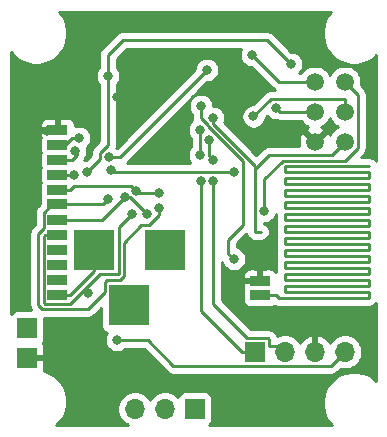
<source format=gbr>
G04 #@! TF.GenerationSoftware,KiCad,Pcbnew,(5.1.5)-3*
G04 #@! TF.CreationDate,2020-08-28T15:18:22-04:00*
G04 #@! TF.ProjectId,BikeLightComputerRev2,42696b65-4c69-4676-9874-436f6d707574,rev?*
G04 #@! TF.SameCoordinates,Original*
G04 #@! TF.FileFunction,Copper,L2,Bot*
G04 #@! TF.FilePolarity,Positive*
%FSLAX46Y46*%
G04 Gerber Fmt 4.6, Leading zero omitted, Abs format (unit mm)*
G04 Created by KiCad (PCBNEW (5.1.5)-3) date 2020-08-28 15:18:22*
%MOMM*%
%LPD*%
G04 APERTURE LIST*
%ADD10R,1.676400X0.812800*%
%ADD11R,1.700000X1.700000*%
%ADD12O,1.700000X1.700000*%
%ADD13C,1.500000*%
%ADD14R,3.500000X3.500000*%
%ADD15C,0.800000*%
%ADD16C,0.250000*%
%ADD17C,0.254000*%
G04 APERTURE END LIST*
D10*
X165526720Y-83390740D03*
X148384260Y-70612000D03*
X148384260Y-74422000D03*
X148384260Y-83312000D03*
X148384260Y-79502000D03*
X148384260Y-78232000D03*
X148384260Y-76883260D03*
X148384260Y-73152000D03*
X148384260Y-84582000D03*
X165526720Y-84582000D03*
X148384260Y-71882000D03*
X148384260Y-75692000D03*
X148384260Y-80772000D03*
X148384260Y-82042000D03*
D11*
X145796000Y-87376000D03*
X145796000Y-89916000D03*
D12*
X172720000Y-89408000D03*
X170180000Y-89408000D03*
X167640000Y-89408000D03*
D11*
X165100000Y-89408000D03*
D13*
X172720000Y-66548000D03*
X172720000Y-69088000D03*
X172720000Y-71628000D03*
X170180000Y-66548000D03*
X170180000Y-69088000D03*
X170180000Y-71628000D03*
D12*
X154940000Y-94234000D03*
X157480000Y-94234000D03*
D11*
X160020000Y-94234000D03*
D14*
X154480000Y-85472000D03*
X151480000Y-80772000D03*
X157480000Y-80772000D03*
D15*
X156972000Y-72136000D03*
X153416000Y-67818000D03*
X156210000Y-64516000D03*
X147537010Y-70694654D03*
X156972000Y-67564000D03*
X163830000Y-70358000D03*
X165608000Y-81534000D03*
X164845992Y-64262000D03*
X153416004Y-88392000D03*
X154717141Y-77693601D03*
X151007660Y-84450340D03*
X150876000Y-74168000D03*
X152654000Y-66040000D03*
X168148000Y-65024000D03*
X152708440Y-72903336D03*
X161036000Y-65532000D03*
X163322000Y-74168000D03*
X152889699Y-74019479D03*
X163311530Y-81544470D03*
X160528000Y-68580000D03*
X161544000Y-74930000D03*
X161226017Y-71447747D03*
X161571571Y-73184832D03*
X160528000Y-74930000D03*
X160447002Y-72755729D03*
X160442581Y-70608696D03*
X154124551Y-76269191D03*
X165872011Y-77470000D03*
X155956000Y-77724000D03*
X155017376Y-75760057D03*
X156972000Y-75946000D03*
X164965690Y-69466991D03*
X161543993Y-69596007D03*
X152654000Y-76454000D03*
X157010001Y-77254001D03*
X166882351Y-68749418D03*
X149814998Y-74422000D03*
X150190626Y-71288054D03*
X149860000Y-72390000D03*
D16*
X149472460Y-84582000D02*
X148384260Y-84582000D01*
X151480000Y-82574460D02*
X149472460Y-84582000D01*
X151480000Y-80772000D02*
X151480000Y-82574460D01*
X148102695Y-70694654D02*
X147537010Y-70694654D01*
X148384260Y-70612000D02*
X148301606Y-70694654D01*
X148301606Y-70694654D02*
X148102695Y-70694654D01*
X165608000Y-83309460D02*
X165526720Y-83390740D01*
X165608000Y-81534000D02*
X165608000Y-83309460D01*
X148384260Y-79502000D02*
X147296060Y-79502000D01*
X147286059Y-85313401D02*
X149482461Y-85313401D01*
X147296060Y-79502000D02*
X147221059Y-79577001D01*
X147221059Y-79577001D02*
X147221059Y-85248401D01*
X147221059Y-85248401D02*
X147286059Y-85313401D01*
X149482461Y-85313401D02*
X150671931Y-84123931D01*
X167131992Y-66548000D02*
X165245991Y-64661999D01*
X165245991Y-64661999D02*
X164845992Y-64262000D01*
X170180000Y-66548000D02*
X167131992Y-66548000D01*
X156013685Y-88392000D02*
X153981689Y-88392000D01*
X158204686Y-90583001D02*
X156013685Y-88392000D01*
X153981689Y-88392000D02*
X153416004Y-88392000D01*
X172720000Y-89408000D02*
X171544999Y-90583001D01*
X171544999Y-90583001D02*
X158204686Y-90583001D01*
X153555001Y-78855741D02*
X154317142Y-78093600D01*
X151948861Y-82847001D02*
X153490001Y-82847001D01*
X153490001Y-82847001D02*
X153555001Y-82782001D01*
X150671931Y-84123931D02*
X151948861Y-82847001D01*
X154317142Y-78093600D02*
X154717141Y-77693601D01*
X153555001Y-82782001D02*
X153555001Y-78855741D01*
X150998340Y-84450340D02*
X151007660Y-84450340D01*
X150671931Y-84123931D02*
X150998340Y-84450340D01*
X151983438Y-72555334D02*
X152654000Y-71884772D01*
X151983438Y-73060562D02*
X151983438Y-72555334D01*
X150876000Y-74168000D02*
X151983438Y-73060562D01*
X152654000Y-69342000D02*
X152654000Y-66040000D01*
X152654000Y-71884772D02*
X152654000Y-69342000D01*
X152654000Y-66040000D02*
X152654000Y-64262000D01*
X152654000Y-64262000D02*
X153924000Y-62992000D01*
X153924000Y-62992000D02*
X166116000Y-62992000D01*
X166116000Y-62992000D02*
X168148000Y-65024000D01*
X160636001Y-65931999D02*
X161036000Y-65532000D01*
X152708440Y-72903336D02*
X153664664Y-72903336D01*
X153664664Y-72903336D02*
X160636001Y-65931999D01*
X163322000Y-74168000D02*
X153038220Y-74168000D01*
X153038220Y-74168000D02*
X152889699Y-74019479D01*
X164084000Y-78682996D02*
X164084000Y-73280411D01*
X162850998Y-79915998D02*
X164084000Y-78682996D01*
X160528000Y-69605320D02*
X160528000Y-69145685D01*
X160528000Y-69145685D02*
X160528000Y-68580000D01*
X162850998Y-81083938D02*
X162850998Y-79915998D01*
X161093982Y-70290393D02*
X161093982Y-70171302D01*
X161093982Y-70171302D02*
X160528000Y-69605320D01*
X163311530Y-81544470D02*
X162850998Y-81083938D01*
X164084000Y-73280411D02*
X161093982Y-70290393D01*
X166275001Y-88900000D02*
X167132000Y-88900000D01*
X167132000Y-88900000D02*
X167640000Y-89408000D01*
X161544000Y-85344000D02*
X164432999Y-88232999D01*
X161544000Y-74930000D02*
X161544000Y-85344000D01*
X166275001Y-88297999D02*
X166275001Y-88900000D01*
X164432999Y-88232999D02*
X166210001Y-88232999D01*
X166210001Y-88232999D02*
X166275001Y-88297999D01*
X161226017Y-71447747D02*
X161226017Y-72839278D01*
X161226017Y-72839278D02*
X161571571Y-73184832D01*
X164000000Y-89408000D02*
X160528000Y-85936000D01*
X165100000Y-89408000D02*
X164000000Y-89408000D01*
X160528000Y-85936000D02*
X160528000Y-74930000D01*
X160442581Y-72751308D02*
X160447002Y-72755729D01*
X160442581Y-70608696D02*
X160442581Y-72751308D01*
X148384260Y-78232000D02*
X152161742Y-78232000D01*
X152161742Y-78232000D02*
X154124551Y-76269191D01*
X155956000Y-77724000D02*
X154501191Y-76269191D01*
X154501191Y-76269191D02*
X154124551Y-76269191D01*
X172720000Y-66548000D02*
X173795001Y-67623001D01*
X173795001Y-67623001D02*
X173795001Y-72144001D01*
X173795001Y-72144001D02*
X172729013Y-73209989D01*
X172729013Y-73209989D02*
X167453600Y-73209989D01*
X167453600Y-73209989D02*
X165872011Y-74791578D01*
X165872011Y-74791578D02*
X165872011Y-76904315D01*
X165872011Y-76904315D02*
X165872011Y-77470000D01*
X148384260Y-75692000D02*
X149472460Y-75692000D01*
X154617377Y-75360058D02*
X155017376Y-75760057D01*
X149472460Y-75692000D02*
X149804402Y-75360058D01*
X149804402Y-75360058D02*
X154617377Y-75360058D01*
X155203319Y-75946000D02*
X155017376Y-75760057D01*
X156972000Y-75946000D02*
X155203319Y-75946000D01*
X172720000Y-68027340D02*
X172720000Y-69088000D01*
X172705659Y-68012999D02*
X172720000Y-68027340D01*
X166419682Y-68012999D02*
X172705659Y-68012999D01*
X164965690Y-69466991D02*
X166419682Y-68012999D01*
X161543993Y-70103993D02*
X161543993Y-69596007D01*
X165100000Y-73660000D02*
X161543993Y-70103993D01*
X165608000Y-79248000D02*
X165100000Y-79248000D01*
X165100000Y-79248000D02*
X165100000Y-73914000D01*
X165100000Y-73914000D02*
X165100000Y-73660000D01*
X171588022Y-72759978D02*
X166254022Y-72759978D01*
X172720000Y-71628000D02*
X171588022Y-72759978D01*
X166254022Y-72759978D02*
X165100000Y-73914000D01*
X148384260Y-76883260D02*
X152224740Y-76883260D01*
X152224740Y-76883260D02*
X152654000Y-76454000D01*
X167220933Y-69088000D02*
X166882351Y-68749418D01*
X170180000Y-69088000D02*
X167220933Y-69088000D01*
X147221059Y-78940592D02*
X146771049Y-79390601D01*
X146771049Y-79390601D02*
X146771050Y-85434802D01*
X147099659Y-85763411D02*
X150964589Y-85763411D01*
X155469999Y-78696999D02*
X156132688Y-78696999D01*
X147221059Y-77614661D02*
X147221059Y-78940592D01*
X157010001Y-77819686D02*
X157010001Y-77254001D01*
X154005012Y-82968401D02*
X154005012Y-80161986D01*
X148384260Y-76883260D02*
X147952460Y-76883260D01*
X152404999Y-84323001D02*
X152404999Y-83461999D01*
X153676401Y-83297012D02*
X154005012Y-82968401D01*
X150964589Y-85763411D02*
X152404999Y-84323001D01*
X156132688Y-78696999D02*
X157010001Y-77819686D01*
X152569986Y-83297012D02*
X153676401Y-83297012D01*
X152404999Y-83461999D02*
X152569986Y-83297012D01*
X147952460Y-76883260D02*
X147221059Y-77614661D01*
X154005012Y-80161986D02*
X155469999Y-78696999D01*
X146771050Y-85434802D02*
X147099659Y-85763411D01*
X148384260Y-74422000D02*
X149814998Y-74422000D01*
X149030995Y-71882000D02*
X149624941Y-71288054D01*
X149624941Y-71288054D02*
X150190626Y-71288054D01*
X148384260Y-71882000D02*
X149030995Y-71882000D01*
X149606000Y-73152000D02*
X150005999Y-72752001D01*
X150005999Y-72752001D02*
X150005999Y-72535999D01*
X148384260Y-73152000D02*
X149606000Y-73152000D01*
X150005999Y-72535999D02*
X149860000Y-72390000D01*
X167132000Y-84836000D02*
X166878000Y-84582000D01*
X174752000Y-84328000D02*
X174752000Y-84836000D01*
X167640000Y-84328000D02*
X174752000Y-84328000D01*
X174752000Y-84836000D02*
X167132000Y-84836000D01*
X174752000Y-83312000D02*
X174752000Y-83820000D01*
X167640000Y-83312000D02*
X174752000Y-83312000D01*
X167640000Y-83820000D02*
X167640000Y-84328000D01*
X167640000Y-82804000D02*
X167640000Y-83312000D01*
X167640000Y-82296000D02*
X174752000Y-82296000D01*
X167640000Y-81788000D02*
X167640000Y-82296000D01*
X174752000Y-82296000D02*
X174752000Y-82804000D01*
X174752000Y-81788000D02*
X167640000Y-81788000D01*
X174752000Y-81280000D02*
X174752000Y-81788000D01*
X167640000Y-81280000D02*
X174752000Y-81280000D01*
X174752000Y-83820000D02*
X167640000Y-83820000D01*
X167640000Y-80772000D02*
X167640000Y-81280000D01*
X167640000Y-80264000D02*
X174752000Y-80264000D01*
X174752000Y-79756000D02*
X167640000Y-79756000D01*
X174752000Y-82804000D02*
X167640000Y-82804000D01*
X174752000Y-79248000D02*
X174752000Y-79756000D01*
X167640000Y-76200000D02*
X174752000Y-76200000D01*
X167640000Y-77216000D02*
X174752000Y-77216000D01*
X174752000Y-75692000D02*
X167640000Y-75692000D01*
X167640000Y-79756000D02*
X167640000Y-80264000D01*
X174752000Y-75184000D02*
X174752000Y-75692000D01*
X167640000Y-75184000D02*
X174752000Y-75184000D01*
X166878000Y-84582000D02*
X165526720Y-84582000D01*
X167640000Y-74676000D02*
X167640000Y-75184000D01*
X167640000Y-76708000D02*
X167640000Y-77216000D01*
X167640000Y-74168000D02*
X174752000Y-74168000D01*
X174752000Y-73660000D02*
X167640000Y-73660000D01*
X167640000Y-73660000D02*
X167640000Y-74168000D01*
X174752000Y-74168000D02*
X174752000Y-74676000D01*
X174752000Y-74676000D02*
X167640000Y-74676000D01*
X167640000Y-75692000D02*
X167640000Y-76200000D01*
X174752000Y-76200000D02*
X174752000Y-76708000D01*
X167640000Y-77724000D02*
X167640000Y-78232000D01*
X174752000Y-76708000D02*
X167640000Y-76708000D01*
X174752000Y-77216000D02*
X174752000Y-77724000D01*
X174752000Y-80264000D02*
X174752000Y-80772000D01*
X174752000Y-77724000D02*
X167640000Y-77724000D01*
X174752000Y-80772000D02*
X167640000Y-80772000D01*
X167640000Y-78740000D02*
X167640000Y-79248000D01*
X167640000Y-78232000D02*
X174752000Y-78232000D01*
X174752000Y-78232000D02*
X174752000Y-78740000D01*
X174752000Y-78740000D02*
X167640000Y-78740000D01*
X167640000Y-79248000D02*
X174752000Y-79248000D01*
D17*
G36*
X166880000Y-77761333D02*
G01*
X166880000Y-78194667D01*
X166876323Y-78232000D01*
X166890997Y-78380986D01*
X166922852Y-78486000D01*
X166890997Y-78591014D01*
X166876323Y-78740000D01*
X166880000Y-78777333D01*
X166880000Y-79210667D01*
X166876323Y-79248000D01*
X166890997Y-79396986D01*
X166922852Y-79502000D01*
X166890997Y-79607014D01*
X166876323Y-79756000D01*
X166880000Y-79793333D01*
X166880000Y-80226667D01*
X166876323Y-80264000D01*
X166890997Y-80412986D01*
X166922852Y-80518000D01*
X166890997Y-80623014D01*
X166876323Y-80772000D01*
X166880000Y-80809333D01*
X166880000Y-81242667D01*
X166876323Y-81280000D01*
X166890997Y-81428986D01*
X166922852Y-81534000D01*
X166890997Y-81639014D01*
X166876323Y-81788000D01*
X166880000Y-81825333D01*
X166880000Y-82258667D01*
X166876323Y-82296000D01*
X166890997Y-82444986D01*
X166922852Y-82550000D01*
X166897482Y-82633635D01*
X166895457Y-82629846D01*
X166816105Y-82533155D01*
X166719414Y-82453803D01*
X166609100Y-82394838D01*
X166489402Y-82358528D01*
X166364920Y-82346268D01*
X165812470Y-82349340D01*
X165653720Y-82508090D01*
X165653720Y-83263740D01*
X165673720Y-83263740D01*
X165673720Y-83517740D01*
X165653720Y-83517740D01*
X165653720Y-83537528D01*
X165399720Y-83537528D01*
X165399720Y-83517740D01*
X164212270Y-83517740D01*
X164053520Y-83676490D01*
X164050448Y-83797140D01*
X164062708Y-83921622D01*
X164082349Y-83986370D01*
X164062708Y-84051118D01*
X164050448Y-84175600D01*
X164050448Y-84988400D01*
X164062708Y-85112882D01*
X164099018Y-85232580D01*
X164157983Y-85342894D01*
X164237335Y-85439585D01*
X164334026Y-85518937D01*
X164444340Y-85577902D01*
X164564038Y-85614212D01*
X164688520Y-85626472D01*
X166364920Y-85626472D01*
X166489402Y-85614212D01*
X166609100Y-85577902D01*
X166719414Y-85518937D01*
X166750195Y-85493676D01*
X166839753Y-85541546D01*
X166983014Y-85585003D01*
X167094667Y-85596000D01*
X167094676Y-85596000D01*
X167131999Y-85599676D01*
X167169322Y-85596000D01*
X174714667Y-85596000D01*
X174752000Y-85599677D01*
X174900986Y-85585003D01*
X175044247Y-85541546D01*
X175176276Y-85470974D01*
X175292001Y-85376001D01*
X175362001Y-85290706D01*
X175362001Y-91856954D01*
X175171899Y-91666852D01*
X174737708Y-91376735D01*
X174255261Y-91176899D01*
X173743098Y-91075024D01*
X173220902Y-91075024D01*
X172708739Y-91176899D01*
X172226292Y-91376735D01*
X171792101Y-91666852D01*
X171422852Y-92036101D01*
X171132735Y-92470292D01*
X170932899Y-92952739D01*
X170831024Y-93464902D01*
X170831024Y-93987098D01*
X170932899Y-94499261D01*
X171132735Y-94981708D01*
X171422852Y-95415899D01*
X171612953Y-95606000D01*
X161234896Y-95606000D01*
X161321185Y-95535185D01*
X161400537Y-95438494D01*
X161459502Y-95328180D01*
X161495812Y-95208482D01*
X161508072Y-95084000D01*
X161508072Y-93384000D01*
X161495812Y-93259518D01*
X161459502Y-93139820D01*
X161400537Y-93029506D01*
X161321185Y-92932815D01*
X161224494Y-92853463D01*
X161114180Y-92794498D01*
X160994482Y-92758188D01*
X160870000Y-92745928D01*
X159170000Y-92745928D01*
X159045518Y-92758188D01*
X158925820Y-92794498D01*
X158815506Y-92853463D01*
X158718815Y-92932815D01*
X158639463Y-93029506D01*
X158580498Y-93139820D01*
X158558487Y-93212380D01*
X158426632Y-93080525D01*
X158183411Y-92918010D01*
X157913158Y-92806068D01*
X157626260Y-92749000D01*
X157333740Y-92749000D01*
X157046842Y-92806068D01*
X156776589Y-92918010D01*
X156533368Y-93080525D01*
X156326525Y-93287368D01*
X156210000Y-93461760D01*
X156093475Y-93287368D01*
X155886632Y-93080525D01*
X155643411Y-92918010D01*
X155373158Y-92806068D01*
X155086260Y-92749000D01*
X154793740Y-92749000D01*
X154506842Y-92806068D01*
X154236589Y-92918010D01*
X153993368Y-93080525D01*
X153786525Y-93287368D01*
X153624010Y-93530589D01*
X153512068Y-93800842D01*
X153455000Y-94087740D01*
X153455000Y-94380260D01*
X153512068Y-94667158D01*
X153624010Y-94937411D01*
X153786525Y-95180632D01*
X153993368Y-95387475D01*
X154236589Y-95549990D01*
X154371810Y-95606000D01*
X148299170Y-95606000D01*
X148617148Y-95288022D01*
X148907265Y-94853831D01*
X149107101Y-94371384D01*
X149208976Y-93859221D01*
X149208976Y-93337025D01*
X149107101Y-92824862D01*
X148907265Y-92342415D01*
X148617148Y-91908224D01*
X148247899Y-91538975D01*
X147813708Y-91248858D01*
X147331261Y-91049022D01*
X147225938Y-91028072D01*
X147235502Y-91010180D01*
X147271812Y-90890482D01*
X147284072Y-90766000D01*
X147281000Y-90201750D01*
X147122250Y-90043000D01*
X145923000Y-90043000D01*
X145923000Y-90063000D01*
X145669000Y-90063000D01*
X145669000Y-90043000D01*
X145649000Y-90043000D01*
X145649000Y-89789000D01*
X145669000Y-89789000D01*
X145669000Y-89769000D01*
X145923000Y-89769000D01*
X145923000Y-89789000D01*
X147122250Y-89789000D01*
X147281000Y-89630250D01*
X147284072Y-89066000D01*
X147271812Y-88941518D01*
X147235502Y-88821820D01*
X147176537Y-88711506D01*
X147122778Y-88646000D01*
X147176537Y-88580494D01*
X147235502Y-88470180D01*
X147271812Y-88350482D01*
X147284072Y-88226000D01*
X147284072Y-86526000D01*
X147283817Y-86523411D01*
X150927267Y-86523411D01*
X150964589Y-86527087D01*
X151001911Y-86523411D01*
X151001922Y-86523411D01*
X151113575Y-86512414D01*
X151256836Y-86468957D01*
X151388865Y-86398385D01*
X151504590Y-86303412D01*
X151528393Y-86274408D01*
X152091928Y-85710873D01*
X152091928Y-87222000D01*
X152104188Y-87346482D01*
X152140498Y-87466180D01*
X152199463Y-87576494D01*
X152278815Y-87673185D01*
X152375506Y-87752537D01*
X152485820Y-87811502D01*
X152546747Y-87829984D01*
X152498799Y-87901744D01*
X152420778Y-88090102D01*
X152381004Y-88290061D01*
X152381004Y-88493939D01*
X152420778Y-88693898D01*
X152498799Y-88882256D01*
X152612067Y-89051774D01*
X152756230Y-89195937D01*
X152925748Y-89309205D01*
X153114106Y-89387226D01*
X153314065Y-89427000D01*
X153517943Y-89427000D01*
X153717902Y-89387226D01*
X153906260Y-89309205D01*
X154075778Y-89195937D01*
X154119715Y-89152000D01*
X155698884Y-89152000D01*
X157640887Y-91094004D01*
X157664685Y-91123002D01*
X157780410Y-91217975D01*
X157912439Y-91288547D01*
X158055700Y-91332004D01*
X158167353Y-91343001D01*
X158167362Y-91343001D01*
X158204685Y-91346677D01*
X158242008Y-91343001D01*
X171507677Y-91343001D01*
X171544999Y-91346677D01*
X171582321Y-91343001D01*
X171582332Y-91343001D01*
X171693985Y-91332004D01*
X171837246Y-91288547D01*
X171969275Y-91217975D01*
X172085000Y-91123002D01*
X172108803Y-91093998D01*
X172353592Y-90849209D01*
X172573740Y-90893000D01*
X172866260Y-90893000D01*
X173153158Y-90835932D01*
X173423411Y-90723990D01*
X173666632Y-90561475D01*
X173873475Y-90354632D01*
X174035990Y-90111411D01*
X174147932Y-89841158D01*
X174205000Y-89554260D01*
X174205000Y-89261740D01*
X174147932Y-88974842D01*
X174035990Y-88704589D01*
X173873475Y-88461368D01*
X173666632Y-88254525D01*
X173423411Y-88092010D01*
X173153158Y-87980068D01*
X172866260Y-87923000D01*
X172573740Y-87923000D01*
X172286842Y-87980068D01*
X172016589Y-88092010D01*
X171773368Y-88254525D01*
X171566525Y-88461368D01*
X171444805Y-88643534D01*
X171375178Y-88526645D01*
X171180269Y-88310412D01*
X170946920Y-88136359D01*
X170684099Y-88011175D01*
X170536890Y-87966524D01*
X170307000Y-88087845D01*
X170307000Y-89281000D01*
X170327000Y-89281000D01*
X170327000Y-89535000D01*
X170307000Y-89535000D01*
X170307000Y-89555000D01*
X170053000Y-89555000D01*
X170053000Y-89535000D01*
X170033000Y-89535000D01*
X170033000Y-89281000D01*
X170053000Y-89281000D01*
X170053000Y-88087845D01*
X169823110Y-87966524D01*
X169675901Y-88011175D01*
X169413080Y-88136359D01*
X169179731Y-88310412D01*
X168984822Y-88526645D01*
X168915195Y-88643534D01*
X168793475Y-88461368D01*
X168586632Y-88254525D01*
X168343411Y-88092010D01*
X168073158Y-87980068D01*
X167786260Y-87923000D01*
X167493740Y-87923000D01*
X167206842Y-87980068D01*
X166998885Y-88066206D01*
X166980547Y-88005752D01*
X166909975Y-87873723D01*
X166815002Y-87757998D01*
X166785999Y-87734196D01*
X166773805Y-87722002D01*
X166750002Y-87692998D01*
X166634277Y-87598025D01*
X166502248Y-87527453D01*
X166358987Y-87483996D01*
X166247334Y-87472999D01*
X166247323Y-87472999D01*
X166210001Y-87469323D01*
X166172679Y-87472999D01*
X164747801Y-87472999D01*
X162304000Y-85029199D01*
X162304000Y-82984340D01*
X164050448Y-82984340D01*
X164053520Y-83104990D01*
X164212270Y-83263740D01*
X165399720Y-83263740D01*
X165399720Y-82508090D01*
X165240970Y-82349340D01*
X164688520Y-82346268D01*
X164564038Y-82358528D01*
X164444340Y-82394838D01*
X164334026Y-82453803D01*
X164237335Y-82533155D01*
X164157983Y-82629846D01*
X164099018Y-82740160D01*
X164062708Y-82859858D01*
X164050448Y-82984340D01*
X162304000Y-82984340D01*
X162304000Y-81784511D01*
X162316304Y-81846368D01*
X162394325Y-82034726D01*
X162507593Y-82204244D01*
X162651756Y-82348407D01*
X162821274Y-82461675D01*
X163009632Y-82539696D01*
X163209591Y-82579470D01*
X163413469Y-82579470D01*
X163613428Y-82539696D01*
X163801786Y-82461675D01*
X163971304Y-82348407D01*
X164115467Y-82204244D01*
X164228735Y-82034726D01*
X164306756Y-81846368D01*
X164346530Y-81646409D01*
X164346530Y-81442531D01*
X164306756Y-81242572D01*
X164228735Y-81054214D01*
X164115467Y-80884696D01*
X163971304Y-80740533D01*
X163801786Y-80627265D01*
X163613428Y-80549244D01*
X163610998Y-80548761D01*
X163610998Y-80230799D01*
X164372832Y-79468966D01*
X164394454Y-79540247D01*
X164465026Y-79672276D01*
X164559999Y-79788001D01*
X164675724Y-79882974D01*
X164807753Y-79953546D01*
X164951014Y-79997003D01*
X165100000Y-80011677D01*
X165137333Y-80008000D01*
X165645333Y-80008000D01*
X165756986Y-79997003D01*
X165900247Y-79953546D01*
X166032276Y-79882974D01*
X166148001Y-79788001D01*
X166242974Y-79672276D01*
X166313546Y-79540247D01*
X166357003Y-79396986D01*
X166371677Y-79248000D01*
X166357003Y-79099014D01*
X166313546Y-78955753D01*
X166242974Y-78823724D01*
X166148001Y-78707999D01*
X166032276Y-78613026D01*
X165900247Y-78542454D01*
X165860000Y-78530245D01*
X165860000Y-78505000D01*
X165973950Y-78505000D01*
X166173909Y-78465226D01*
X166362267Y-78387205D01*
X166531785Y-78273937D01*
X166675948Y-78129774D01*
X166789216Y-77960256D01*
X166867237Y-77771898D01*
X166876469Y-77725484D01*
X166880000Y-77761333D01*
G37*
X166880000Y-77761333D02*
X166880000Y-78194667D01*
X166876323Y-78232000D01*
X166890997Y-78380986D01*
X166922852Y-78486000D01*
X166890997Y-78591014D01*
X166876323Y-78740000D01*
X166880000Y-78777333D01*
X166880000Y-79210667D01*
X166876323Y-79248000D01*
X166890997Y-79396986D01*
X166922852Y-79502000D01*
X166890997Y-79607014D01*
X166876323Y-79756000D01*
X166880000Y-79793333D01*
X166880000Y-80226667D01*
X166876323Y-80264000D01*
X166890997Y-80412986D01*
X166922852Y-80518000D01*
X166890997Y-80623014D01*
X166876323Y-80772000D01*
X166880000Y-80809333D01*
X166880000Y-81242667D01*
X166876323Y-81280000D01*
X166890997Y-81428986D01*
X166922852Y-81534000D01*
X166890997Y-81639014D01*
X166876323Y-81788000D01*
X166880000Y-81825333D01*
X166880000Y-82258667D01*
X166876323Y-82296000D01*
X166890997Y-82444986D01*
X166922852Y-82550000D01*
X166897482Y-82633635D01*
X166895457Y-82629846D01*
X166816105Y-82533155D01*
X166719414Y-82453803D01*
X166609100Y-82394838D01*
X166489402Y-82358528D01*
X166364920Y-82346268D01*
X165812470Y-82349340D01*
X165653720Y-82508090D01*
X165653720Y-83263740D01*
X165673720Y-83263740D01*
X165673720Y-83517740D01*
X165653720Y-83517740D01*
X165653720Y-83537528D01*
X165399720Y-83537528D01*
X165399720Y-83517740D01*
X164212270Y-83517740D01*
X164053520Y-83676490D01*
X164050448Y-83797140D01*
X164062708Y-83921622D01*
X164082349Y-83986370D01*
X164062708Y-84051118D01*
X164050448Y-84175600D01*
X164050448Y-84988400D01*
X164062708Y-85112882D01*
X164099018Y-85232580D01*
X164157983Y-85342894D01*
X164237335Y-85439585D01*
X164334026Y-85518937D01*
X164444340Y-85577902D01*
X164564038Y-85614212D01*
X164688520Y-85626472D01*
X166364920Y-85626472D01*
X166489402Y-85614212D01*
X166609100Y-85577902D01*
X166719414Y-85518937D01*
X166750195Y-85493676D01*
X166839753Y-85541546D01*
X166983014Y-85585003D01*
X167094667Y-85596000D01*
X167094676Y-85596000D01*
X167131999Y-85599676D01*
X167169322Y-85596000D01*
X174714667Y-85596000D01*
X174752000Y-85599677D01*
X174900986Y-85585003D01*
X175044247Y-85541546D01*
X175176276Y-85470974D01*
X175292001Y-85376001D01*
X175362001Y-85290706D01*
X175362001Y-91856954D01*
X175171899Y-91666852D01*
X174737708Y-91376735D01*
X174255261Y-91176899D01*
X173743098Y-91075024D01*
X173220902Y-91075024D01*
X172708739Y-91176899D01*
X172226292Y-91376735D01*
X171792101Y-91666852D01*
X171422852Y-92036101D01*
X171132735Y-92470292D01*
X170932899Y-92952739D01*
X170831024Y-93464902D01*
X170831024Y-93987098D01*
X170932899Y-94499261D01*
X171132735Y-94981708D01*
X171422852Y-95415899D01*
X171612953Y-95606000D01*
X161234896Y-95606000D01*
X161321185Y-95535185D01*
X161400537Y-95438494D01*
X161459502Y-95328180D01*
X161495812Y-95208482D01*
X161508072Y-95084000D01*
X161508072Y-93384000D01*
X161495812Y-93259518D01*
X161459502Y-93139820D01*
X161400537Y-93029506D01*
X161321185Y-92932815D01*
X161224494Y-92853463D01*
X161114180Y-92794498D01*
X160994482Y-92758188D01*
X160870000Y-92745928D01*
X159170000Y-92745928D01*
X159045518Y-92758188D01*
X158925820Y-92794498D01*
X158815506Y-92853463D01*
X158718815Y-92932815D01*
X158639463Y-93029506D01*
X158580498Y-93139820D01*
X158558487Y-93212380D01*
X158426632Y-93080525D01*
X158183411Y-92918010D01*
X157913158Y-92806068D01*
X157626260Y-92749000D01*
X157333740Y-92749000D01*
X157046842Y-92806068D01*
X156776589Y-92918010D01*
X156533368Y-93080525D01*
X156326525Y-93287368D01*
X156210000Y-93461760D01*
X156093475Y-93287368D01*
X155886632Y-93080525D01*
X155643411Y-92918010D01*
X155373158Y-92806068D01*
X155086260Y-92749000D01*
X154793740Y-92749000D01*
X154506842Y-92806068D01*
X154236589Y-92918010D01*
X153993368Y-93080525D01*
X153786525Y-93287368D01*
X153624010Y-93530589D01*
X153512068Y-93800842D01*
X153455000Y-94087740D01*
X153455000Y-94380260D01*
X153512068Y-94667158D01*
X153624010Y-94937411D01*
X153786525Y-95180632D01*
X153993368Y-95387475D01*
X154236589Y-95549990D01*
X154371810Y-95606000D01*
X148299170Y-95606000D01*
X148617148Y-95288022D01*
X148907265Y-94853831D01*
X149107101Y-94371384D01*
X149208976Y-93859221D01*
X149208976Y-93337025D01*
X149107101Y-92824862D01*
X148907265Y-92342415D01*
X148617148Y-91908224D01*
X148247899Y-91538975D01*
X147813708Y-91248858D01*
X147331261Y-91049022D01*
X147225938Y-91028072D01*
X147235502Y-91010180D01*
X147271812Y-90890482D01*
X147284072Y-90766000D01*
X147281000Y-90201750D01*
X147122250Y-90043000D01*
X145923000Y-90043000D01*
X145923000Y-90063000D01*
X145669000Y-90063000D01*
X145669000Y-90043000D01*
X145649000Y-90043000D01*
X145649000Y-89789000D01*
X145669000Y-89789000D01*
X145669000Y-89769000D01*
X145923000Y-89769000D01*
X145923000Y-89789000D01*
X147122250Y-89789000D01*
X147281000Y-89630250D01*
X147284072Y-89066000D01*
X147271812Y-88941518D01*
X147235502Y-88821820D01*
X147176537Y-88711506D01*
X147122778Y-88646000D01*
X147176537Y-88580494D01*
X147235502Y-88470180D01*
X147271812Y-88350482D01*
X147284072Y-88226000D01*
X147284072Y-86526000D01*
X147283817Y-86523411D01*
X150927267Y-86523411D01*
X150964589Y-86527087D01*
X151001911Y-86523411D01*
X151001922Y-86523411D01*
X151113575Y-86512414D01*
X151256836Y-86468957D01*
X151388865Y-86398385D01*
X151504590Y-86303412D01*
X151528393Y-86274408D01*
X152091928Y-85710873D01*
X152091928Y-87222000D01*
X152104188Y-87346482D01*
X152140498Y-87466180D01*
X152199463Y-87576494D01*
X152278815Y-87673185D01*
X152375506Y-87752537D01*
X152485820Y-87811502D01*
X152546747Y-87829984D01*
X152498799Y-87901744D01*
X152420778Y-88090102D01*
X152381004Y-88290061D01*
X152381004Y-88493939D01*
X152420778Y-88693898D01*
X152498799Y-88882256D01*
X152612067Y-89051774D01*
X152756230Y-89195937D01*
X152925748Y-89309205D01*
X153114106Y-89387226D01*
X153314065Y-89427000D01*
X153517943Y-89427000D01*
X153717902Y-89387226D01*
X153906260Y-89309205D01*
X154075778Y-89195937D01*
X154119715Y-89152000D01*
X155698884Y-89152000D01*
X157640887Y-91094004D01*
X157664685Y-91123002D01*
X157780410Y-91217975D01*
X157912439Y-91288547D01*
X158055700Y-91332004D01*
X158167353Y-91343001D01*
X158167362Y-91343001D01*
X158204685Y-91346677D01*
X158242008Y-91343001D01*
X171507677Y-91343001D01*
X171544999Y-91346677D01*
X171582321Y-91343001D01*
X171582332Y-91343001D01*
X171693985Y-91332004D01*
X171837246Y-91288547D01*
X171969275Y-91217975D01*
X172085000Y-91123002D01*
X172108803Y-91093998D01*
X172353592Y-90849209D01*
X172573740Y-90893000D01*
X172866260Y-90893000D01*
X173153158Y-90835932D01*
X173423411Y-90723990D01*
X173666632Y-90561475D01*
X173873475Y-90354632D01*
X174035990Y-90111411D01*
X174147932Y-89841158D01*
X174205000Y-89554260D01*
X174205000Y-89261740D01*
X174147932Y-88974842D01*
X174035990Y-88704589D01*
X173873475Y-88461368D01*
X173666632Y-88254525D01*
X173423411Y-88092010D01*
X173153158Y-87980068D01*
X172866260Y-87923000D01*
X172573740Y-87923000D01*
X172286842Y-87980068D01*
X172016589Y-88092010D01*
X171773368Y-88254525D01*
X171566525Y-88461368D01*
X171444805Y-88643534D01*
X171375178Y-88526645D01*
X171180269Y-88310412D01*
X170946920Y-88136359D01*
X170684099Y-88011175D01*
X170536890Y-87966524D01*
X170307000Y-88087845D01*
X170307000Y-89281000D01*
X170327000Y-89281000D01*
X170327000Y-89535000D01*
X170307000Y-89535000D01*
X170307000Y-89555000D01*
X170053000Y-89555000D01*
X170053000Y-89535000D01*
X170033000Y-89535000D01*
X170033000Y-89281000D01*
X170053000Y-89281000D01*
X170053000Y-88087845D01*
X169823110Y-87966524D01*
X169675901Y-88011175D01*
X169413080Y-88136359D01*
X169179731Y-88310412D01*
X168984822Y-88526645D01*
X168915195Y-88643534D01*
X168793475Y-88461368D01*
X168586632Y-88254525D01*
X168343411Y-88092010D01*
X168073158Y-87980068D01*
X167786260Y-87923000D01*
X167493740Y-87923000D01*
X167206842Y-87980068D01*
X166998885Y-88066206D01*
X166980547Y-88005752D01*
X166909975Y-87873723D01*
X166815002Y-87757998D01*
X166785999Y-87734196D01*
X166773805Y-87722002D01*
X166750002Y-87692998D01*
X166634277Y-87598025D01*
X166502248Y-87527453D01*
X166358987Y-87483996D01*
X166247334Y-87472999D01*
X166247323Y-87472999D01*
X166210001Y-87469323D01*
X166172679Y-87472999D01*
X164747801Y-87472999D01*
X162304000Y-85029199D01*
X162304000Y-82984340D01*
X164050448Y-82984340D01*
X164053520Y-83104990D01*
X164212270Y-83263740D01*
X165399720Y-83263740D01*
X165399720Y-82508090D01*
X165240970Y-82349340D01*
X164688520Y-82346268D01*
X164564038Y-82358528D01*
X164444340Y-82394838D01*
X164334026Y-82453803D01*
X164237335Y-82533155D01*
X164157983Y-82629846D01*
X164099018Y-82740160D01*
X164062708Y-82859858D01*
X164050448Y-82984340D01*
X162304000Y-82984340D01*
X162304000Y-81784511D01*
X162316304Y-81846368D01*
X162394325Y-82034726D01*
X162507593Y-82204244D01*
X162651756Y-82348407D01*
X162821274Y-82461675D01*
X163009632Y-82539696D01*
X163209591Y-82579470D01*
X163413469Y-82579470D01*
X163613428Y-82539696D01*
X163801786Y-82461675D01*
X163971304Y-82348407D01*
X164115467Y-82204244D01*
X164228735Y-82034726D01*
X164306756Y-81846368D01*
X164346530Y-81646409D01*
X164346530Y-81442531D01*
X164306756Y-81242572D01*
X164228735Y-81054214D01*
X164115467Y-80884696D01*
X163971304Y-80740533D01*
X163801786Y-80627265D01*
X163613428Y-80549244D01*
X163610998Y-80548761D01*
X163610998Y-80230799D01*
X164372832Y-79468966D01*
X164394454Y-79540247D01*
X164465026Y-79672276D01*
X164559999Y-79788001D01*
X164675724Y-79882974D01*
X164807753Y-79953546D01*
X164951014Y-79997003D01*
X165100000Y-80011677D01*
X165137333Y-80008000D01*
X165645333Y-80008000D01*
X165756986Y-79997003D01*
X165900247Y-79953546D01*
X166032276Y-79882974D01*
X166148001Y-79788001D01*
X166242974Y-79672276D01*
X166313546Y-79540247D01*
X166357003Y-79396986D01*
X166371677Y-79248000D01*
X166357003Y-79099014D01*
X166313546Y-78955753D01*
X166242974Y-78823724D01*
X166148001Y-78707999D01*
X166032276Y-78613026D01*
X165900247Y-78542454D01*
X165860000Y-78530245D01*
X165860000Y-78505000D01*
X165973950Y-78505000D01*
X166173909Y-78465226D01*
X166362267Y-78387205D01*
X166531785Y-78273937D01*
X166675948Y-78129774D01*
X166789216Y-77960256D01*
X166867237Y-77771898D01*
X166876469Y-77725484D01*
X166880000Y-77761333D01*
G36*
X171422852Y-60745904D02*
G01*
X171132735Y-61180095D01*
X170932899Y-61662542D01*
X170831024Y-62174705D01*
X170831024Y-62696901D01*
X170932899Y-63209064D01*
X171132735Y-63691511D01*
X171422852Y-64125702D01*
X171792101Y-64494951D01*
X172226292Y-64785068D01*
X172708739Y-64984904D01*
X173220902Y-65086779D01*
X173743098Y-65086779D01*
X174255261Y-64984904D01*
X174737708Y-64785068D01*
X175171899Y-64494951D01*
X175362000Y-64304850D01*
X175362000Y-73205294D01*
X175292001Y-73119999D01*
X175176276Y-73025026D01*
X175044247Y-72954454D01*
X174900986Y-72910997D01*
X174789333Y-72900000D01*
X174113804Y-72900000D01*
X174306004Y-72707800D01*
X174335002Y-72684002D01*
X174429975Y-72568277D01*
X174500547Y-72436248D01*
X174544004Y-72292987D01*
X174555001Y-72181334D01*
X174555001Y-72181326D01*
X174558677Y-72144001D01*
X174555001Y-72106676D01*
X174555001Y-67660323D01*
X174558677Y-67623001D01*
X174555001Y-67585678D01*
X174555001Y-67585668D01*
X174544004Y-67474015D01*
X174500547Y-67330754D01*
X174495758Y-67321794D01*
X174429975Y-67198724D01*
X174358800Y-67111998D01*
X174335002Y-67083000D01*
X174306005Y-67059203D01*
X174076167Y-66829365D01*
X174105000Y-66684411D01*
X174105000Y-66411589D01*
X174051775Y-66144011D01*
X173947371Y-65891957D01*
X173795799Y-65665114D01*
X173602886Y-65472201D01*
X173376043Y-65320629D01*
X173123989Y-65216225D01*
X172856411Y-65163000D01*
X172583589Y-65163000D01*
X172316011Y-65216225D01*
X172063957Y-65320629D01*
X171837114Y-65472201D01*
X171644201Y-65665114D01*
X171492629Y-65891957D01*
X171450000Y-65994873D01*
X171407371Y-65891957D01*
X171255799Y-65665114D01*
X171062886Y-65472201D01*
X170836043Y-65320629D01*
X170583989Y-65216225D01*
X170316411Y-65163000D01*
X170043589Y-65163000D01*
X169776011Y-65216225D01*
X169523957Y-65320629D01*
X169297114Y-65472201D01*
X169104201Y-65665114D01*
X169022091Y-65788000D01*
X168847711Y-65788000D01*
X168951937Y-65683774D01*
X169065205Y-65514256D01*
X169143226Y-65325898D01*
X169183000Y-65125939D01*
X169183000Y-64922061D01*
X169143226Y-64722102D01*
X169065205Y-64533744D01*
X168951937Y-64364226D01*
X168807774Y-64220063D01*
X168638256Y-64106795D01*
X168449898Y-64028774D01*
X168249939Y-63989000D01*
X168187802Y-63989000D01*
X166679804Y-62481003D01*
X166656001Y-62451999D01*
X166540276Y-62357026D01*
X166408247Y-62286454D01*
X166264986Y-62242997D01*
X166153333Y-62232000D01*
X166153322Y-62232000D01*
X166116000Y-62228324D01*
X166078678Y-62232000D01*
X153961322Y-62232000D01*
X153923999Y-62228324D01*
X153886676Y-62232000D01*
X153886667Y-62232000D01*
X153775014Y-62242997D01*
X153631753Y-62286454D01*
X153499724Y-62357026D01*
X153383999Y-62451999D01*
X153360201Y-62480997D01*
X152142998Y-63698201D01*
X152114000Y-63721999D01*
X152090202Y-63750997D01*
X152090201Y-63750998D01*
X152019026Y-63837724D01*
X151948454Y-63969754D01*
X151931082Y-64027025D01*
X151904998Y-64113014D01*
X151894001Y-64224667D01*
X151890324Y-64262000D01*
X151894001Y-64299332D01*
X151894000Y-65336289D01*
X151850063Y-65380226D01*
X151736795Y-65549744D01*
X151658774Y-65738102D01*
X151619000Y-65938061D01*
X151619000Y-66141939D01*
X151658774Y-66341898D01*
X151736795Y-66530256D01*
X151850063Y-66699774D01*
X151894001Y-66743712D01*
X151894000Y-69379332D01*
X151894001Y-69379342D01*
X151894000Y-71569970D01*
X151472436Y-71991535D01*
X151443438Y-72015333D01*
X151348464Y-72131058D01*
X151277892Y-72263087D01*
X151234435Y-72406348D01*
X151223438Y-72518001D01*
X151223438Y-72518012D01*
X151219762Y-72555334D01*
X151223438Y-72592656D01*
X151223438Y-72745760D01*
X150836199Y-73133000D01*
X150774061Y-73133000D01*
X150651024Y-73157473D01*
X150711545Y-73044248D01*
X150748059Y-72923877D01*
X150777205Y-72880256D01*
X150855226Y-72691898D01*
X150895000Y-72491939D01*
X150895000Y-72288061D01*
X150855226Y-72088102D01*
X150854952Y-72087439D01*
X150994563Y-71947828D01*
X151107831Y-71778310D01*
X151185852Y-71589952D01*
X151225626Y-71389993D01*
X151225626Y-71186115D01*
X151185852Y-70986156D01*
X151107831Y-70797798D01*
X150994563Y-70628280D01*
X150850400Y-70484117D01*
X150680882Y-70370849D01*
X150492524Y-70292828D01*
X150292565Y-70253054D01*
X150088687Y-70253054D01*
X149888728Y-70292828D01*
X149857987Y-70305562D01*
X149860532Y-70205600D01*
X149848272Y-70081118D01*
X149811962Y-69961420D01*
X149752997Y-69851106D01*
X149673645Y-69754415D01*
X149576954Y-69675063D01*
X149466640Y-69616098D01*
X149346942Y-69579788D01*
X149222460Y-69567528D01*
X148670010Y-69570600D01*
X148511260Y-69729350D01*
X148511260Y-70485000D01*
X148531260Y-70485000D01*
X148531260Y-70739000D01*
X148511260Y-70739000D01*
X148511260Y-70759000D01*
X148257260Y-70759000D01*
X148257260Y-70739000D01*
X147069810Y-70739000D01*
X146911060Y-70897750D01*
X146907988Y-71018400D01*
X146920248Y-71142882D01*
X146951832Y-71247000D01*
X146920248Y-71351118D01*
X146907988Y-71475600D01*
X146907988Y-72288400D01*
X146920248Y-72412882D01*
X146951832Y-72517000D01*
X146920248Y-72621118D01*
X146907988Y-72745600D01*
X146907988Y-73558400D01*
X146920248Y-73682882D01*
X146951832Y-73787000D01*
X146920248Y-73891118D01*
X146907988Y-74015600D01*
X146907988Y-74828400D01*
X146920248Y-74952882D01*
X146951832Y-75057000D01*
X146920248Y-75161118D01*
X146907988Y-75285600D01*
X146907988Y-76098400D01*
X146920248Y-76222882D01*
X146939889Y-76287630D01*
X146920248Y-76352378D01*
X146907988Y-76476860D01*
X146907988Y-76852931D01*
X146710061Y-77050858D01*
X146681058Y-77074660D01*
X146648658Y-77114140D01*
X146586085Y-77190385D01*
X146538353Y-77279685D01*
X146515513Y-77322415D01*
X146472056Y-77465676D01*
X146461059Y-77577329D01*
X146461059Y-77577339D01*
X146457383Y-77614661D01*
X146461059Y-77651984D01*
X146461060Y-78625789D01*
X146260042Y-78826806D01*
X146231048Y-78850601D01*
X146207254Y-78879594D01*
X146207250Y-78879598D01*
X146156017Y-78942027D01*
X146136075Y-78966326D01*
X146065503Y-79098355D01*
X146022046Y-79241616D01*
X146011049Y-79353269D01*
X146011049Y-79353278D01*
X146007373Y-79390601D01*
X146011049Y-79427926D01*
X146011051Y-85397470D01*
X146007374Y-85434802D01*
X146011051Y-85472134D01*
X146011051Y-85472135D01*
X146022048Y-85583788D01*
X146031342Y-85614426D01*
X146065504Y-85727048D01*
X146136076Y-85859078D01*
X146159753Y-85887928D01*
X144946000Y-85887928D01*
X144821518Y-85900188D01*
X144701820Y-85936498D01*
X144591506Y-85995463D01*
X144494815Y-86074815D01*
X144424000Y-86161104D01*
X144424000Y-70205600D01*
X146907988Y-70205600D01*
X146911060Y-70326250D01*
X147069810Y-70485000D01*
X148257260Y-70485000D01*
X148257260Y-69729350D01*
X148098510Y-69570600D01*
X147546060Y-69567528D01*
X147421578Y-69579788D01*
X147301880Y-69616098D01*
X147191566Y-69675063D01*
X147094875Y-69754415D01*
X147015523Y-69851106D01*
X146956558Y-69961420D01*
X146920248Y-70081118D01*
X146907988Y-70205600D01*
X144424000Y-70205600D01*
X144424000Y-64013678D01*
X144498852Y-64125702D01*
X144868101Y-64494951D01*
X145302292Y-64785068D01*
X145784739Y-64984904D01*
X146296902Y-65086779D01*
X146819098Y-65086779D01*
X147331261Y-64984904D01*
X147813708Y-64785068D01*
X148247899Y-64494951D01*
X148617148Y-64125702D01*
X148907265Y-63691511D01*
X149107101Y-63209064D01*
X149208976Y-62696901D01*
X149208976Y-62174705D01*
X149107101Y-61662542D01*
X148907265Y-61180095D01*
X148617148Y-60745904D01*
X148475244Y-60604000D01*
X171564756Y-60604000D01*
X171422852Y-60745904D01*
G37*
X171422852Y-60745904D02*
X171132735Y-61180095D01*
X170932899Y-61662542D01*
X170831024Y-62174705D01*
X170831024Y-62696901D01*
X170932899Y-63209064D01*
X171132735Y-63691511D01*
X171422852Y-64125702D01*
X171792101Y-64494951D01*
X172226292Y-64785068D01*
X172708739Y-64984904D01*
X173220902Y-65086779D01*
X173743098Y-65086779D01*
X174255261Y-64984904D01*
X174737708Y-64785068D01*
X175171899Y-64494951D01*
X175362000Y-64304850D01*
X175362000Y-73205294D01*
X175292001Y-73119999D01*
X175176276Y-73025026D01*
X175044247Y-72954454D01*
X174900986Y-72910997D01*
X174789333Y-72900000D01*
X174113804Y-72900000D01*
X174306004Y-72707800D01*
X174335002Y-72684002D01*
X174429975Y-72568277D01*
X174500547Y-72436248D01*
X174544004Y-72292987D01*
X174555001Y-72181334D01*
X174555001Y-72181326D01*
X174558677Y-72144001D01*
X174555001Y-72106676D01*
X174555001Y-67660323D01*
X174558677Y-67623001D01*
X174555001Y-67585678D01*
X174555001Y-67585668D01*
X174544004Y-67474015D01*
X174500547Y-67330754D01*
X174495758Y-67321794D01*
X174429975Y-67198724D01*
X174358800Y-67111998D01*
X174335002Y-67083000D01*
X174306005Y-67059203D01*
X174076167Y-66829365D01*
X174105000Y-66684411D01*
X174105000Y-66411589D01*
X174051775Y-66144011D01*
X173947371Y-65891957D01*
X173795799Y-65665114D01*
X173602886Y-65472201D01*
X173376043Y-65320629D01*
X173123989Y-65216225D01*
X172856411Y-65163000D01*
X172583589Y-65163000D01*
X172316011Y-65216225D01*
X172063957Y-65320629D01*
X171837114Y-65472201D01*
X171644201Y-65665114D01*
X171492629Y-65891957D01*
X171450000Y-65994873D01*
X171407371Y-65891957D01*
X171255799Y-65665114D01*
X171062886Y-65472201D01*
X170836043Y-65320629D01*
X170583989Y-65216225D01*
X170316411Y-65163000D01*
X170043589Y-65163000D01*
X169776011Y-65216225D01*
X169523957Y-65320629D01*
X169297114Y-65472201D01*
X169104201Y-65665114D01*
X169022091Y-65788000D01*
X168847711Y-65788000D01*
X168951937Y-65683774D01*
X169065205Y-65514256D01*
X169143226Y-65325898D01*
X169183000Y-65125939D01*
X169183000Y-64922061D01*
X169143226Y-64722102D01*
X169065205Y-64533744D01*
X168951937Y-64364226D01*
X168807774Y-64220063D01*
X168638256Y-64106795D01*
X168449898Y-64028774D01*
X168249939Y-63989000D01*
X168187802Y-63989000D01*
X166679804Y-62481003D01*
X166656001Y-62451999D01*
X166540276Y-62357026D01*
X166408247Y-62286454D01*
X166264986Y-62242997D01*
X166153333Y-62232000D01*
X166153322Y-62232000D01*
X166116000Y-62228324D01*
X166078678Y-62232000D01*
X153961322Y-62232000D01*
X153923999Y-62228324D01*
X153886676Y-62232000D01*
X153886667Y-62232000D01*
X153775014Y-62242997D01*
X153631753Y-62286454D01*
X153499724Y-62357026D01*
X153383999Y-62451999D01*
X153360201Y-62480997D01*
X152142998Y-63698201D01*
X152114000Y-63721999D01*
X152090202Y-63750997D01*
X152090201Y-63750998D01*
X152019026Y-63837724D01*
X151948454Y-63969754D01*
X151931082Y-64027025D01*
X151904998Y-64113014D01*
X151894001Y-64224667D01*
X151890324Y-64262000D01*
X151894001Y-64299332D01*
X151894000Y-65336289D01*
X151850063Y-65380226D01*
X151736795Y-65549744D01*
X151658774Y-65738102D01*
X151619000Y-65938061D01*
X151619000Y-66141939D01*
X151658774Y-66341898D01*
X151736795Y-66530256D01*
X151850063Y-66699774D01*
X151894001Y-66743712D01*
X151894000Y-69379332D01*
X151894001Y-69379342D01*
X151894000Y-71569970D01*
X151472436Y-71991535D01*
X151443438Y-72015333D01*
X151348464Y-72131058D01*
X151277892Y-72263087D01*
X151234435Y-72406348D01*
X151223438Y-72518001D01*
X151223438Y-72518012D01*
X151219762Y-72555334D01*
X151223438Y-72592656D01*
X151223438Y-72745760D01*
X150836199Y-73133000D01*
X150774061Y-73133000D01*
X150651024Y-73157473D01*
X150711545Y-73044248D01*
X150748059Y-72923877D01*
X150777205Y-72880256D01*
X150855226Y-72691898D01*
X150895000Y-72491939D01*
X150895000Y-72288061D01*
X150855226Y-72088102D01*
X150854952Y-72087439D01*
X150994563Y-71947828D01*
X151107831Y-71778310D01*
X151185852Y-71589952D01*
X151225626Y-71389993D01*
X151225626Y-71186115D01*
X151185852Y-70986156D01*
X151107831Y-70797798D01*
X150994563Y-70628280D01*
X150850400Y-70484117D01*
X150680882Y-70370849D01*
X150492524Y-70292828D01*
X150292565Y-70253054D01*
X150088687Y-70253054D01*
X149888728Y-70292828D01*
X149857987Y-70305562D01*
X149860532Y-70205600D01*
X149848272Y-70081118D01*
X149811962Y-69961420D01*
X149752997Y-69851106D01*
X149673645Y-69754415D01*
X149576954Y-69675063D01*
X149466640Y-69616098D01*
X149346942Y-69579788D01*
X149222460Y-69567528D01*
X148670010Y-69570600D01*
X148511260Y-69729350D01*
X148511260Y-70485000D01*
X148531260Y-70485000D01*
X148531260Y-70739000D01*
X148511260Y-70739000D01*
X148511260Y-70759000D01*
X148257260Y-70759000D01*
X148257260Y-70739000D01*
X147069810Y-70739000D01*
X146911060Y-70897750D01*
X146907988Y-71018400D01*
X146920248Y-71142882D01*
X146951832Y-71247000D01*
X146920248Y-71351118D01*
X146907988Y-71475600D01*
X146907988Y-72288400D01*
X146920248Y-72412882D01*
X146951832Y-72517000D01*
X146920248Y-72621118D01*
X146907988Y-72745600D01*
X146907988Y-73558400D01*
X146920248Y-73682882D01*
X146951832Y-73787000D01*
X146920248Y-73891118D01*
X146907988Y-74015600D01*
X146907988Y-74828400D01*
X146920248Y-74952882D01*
X146951832Y-75057000D01*
X146920248Y-75161118D01*
X146907988Y-75285600D01*
X146907988Y-76098400D01*
X146920248Y-76222882D01*
X146939889Y-76287630D01*
X146920248Y-76352378D01*
X146907988Y-76476860D01*
X146907988Y-76852931D01*
X146710061Y-77050858D01*
X146681058Y-77074660D01*
X146648658Y-77114140D01*
X146586085Y-77190385D01*
X146538353Y-77279685D01*
X146515513Y-77322415D01*
X146472056Y-77465676D01*
X146461059Y-77577329D01*
X146461059Y-77577339D01*
X146457383Y-77614661D01*
X146461059Y-77651984D01*
X146461060Y-78625789D01*
X146260042Y-78826806D01*
X146231048Y-78850601D01*
X146207254Y-78879594D01*
X146207250Y-78879598D01*
X146156017Y-78942027D01*
X146136075Y-78966326D01*
X146065503Y-79098355D01*
X146022046Y-79241616D01*
X146011049Y-79353269D01*
X146011049Y-79353278D01*
X146007373Y-79390601D01*
X146011049Y-79427926D01*
X146011051Y-85397470D01*
X146007374Y-85434802D01*
X146011051Y-85472134D01*
X146011051Y-85472135D01*
X146022048Y-85583788D01*
X146031342Y-85614426D01*
X146065504Y-85727048D01*
X146136076Y-85859078D01*
X146159753Y-85887928D01*
X144946000Y-85887928D01*
X144821518Y-85900188D01*
X144701820Y-85936498D01*
X144591506Y-85995463D01*
X144494815Y-86074815D01*
X144424000Y-86161104D01*
X144424000Y-70205600D01*
X146907988Y-70205600D01*
X146911060Y-70326250D01*
X147069810Y-70485000D01*
X148257260Y-70485000D01*
X148257260Y-69729350D01*
X148098510Y-69570600D01*
X147546060Y-69567528D01*
X147421578Y-69579788D01*
X147301880Y-69616098D01*
X147191566Y-69675063D01*
X147094875Y-69754415D01*
X147015523Y-69851106D01*
X146956558Y-69961420D01*
X146920248Y-70081118D01*
X146907988Y-70205600D01*
X144424000Y-70205600D01*
X144424000Y-64013678D01*
X144498852Y-64125702D01*
X144868101Y-64494951D01*
X145302292Y-64785068D01*
X145784739Y-64984904D01*
X146296902Y-65086779D01*
X146819098Y-65086779D01*
X147331261Y-64984904D01*
X147813708Y-64785068D01*
X148247899Y-64494951D01*
X148617148Y-64125702D01*
X148907265Y-63691511D01*
X149107101Y-63209064D01*
X149208976Y-62696901D01*
X149208976Y-62174705D01*
X149107101Y-61662542D01*
X148907265Y-61180095D01*
X148617148Y-60745904D01*
X148475244Y-60604000D01*
X171564756Y-60604000D01*
X171422852Y-60745904D01*
G36*
X151607000Y-80645000D02*
G01*
X151627000Y-80645000D01*
X151627000Y-80899000D01*
X151607000Y-80899000D01*
X151607000Y-80919000D01*
X151353000Y-80919000D01*
X151353000Y-80899000D01*
X151333000Y-80899000D01*
X151333000Y-80645000D01*
X151353000Y-80645000D01*
X151353000Y-80625000D01*
X151607000Y-80625000D01*
X151607000Y-80645000D01*
G37*
X151607000Y-80645000D02*
X151627000Y-80645000D01*
X151627000Y-80899000D01*
X151607000Y-80899000D01*
X151607000Y-80919000D01*
X151353000Y-80919000D01*
X151353000Y-80899000D01*
X151333000Y-80899000D01*
X151333000Y-80645000D01*
X151353000Y-80645000D01*
X151353000Y-80625000D01*
X151607000Y-80625000D01*
X151607000Y-80645000D01*
G36*
X163928787Y-63771744D02*
G01*
X163850766Y-63960102D01*
X163810992Y-64160061D01*
X163810992Y-64363939D01*
X163850766Y-64563898D01*
X163928787Y-64752256D01*
X164042055Y-64921774D01*
X164186218Y-65065937D01*
X164355736Y-65179205D01*
X164544094Y-65257226D01*
X164744053Y-65297000D01*
X164806191Y-65297000D01*
X166568192Y-67059002D01*
X166591991Y-67088001D01*
X166707716Y-67182974D01*
X166838722Y-67252999D01*
X166457004Y-67252999D01*
X166419681Y-67249323D01*
X166382358Y-67252999D01*
X166382349Y-67252999D01*
X166270696Y-67263996D01*
X166127435Y-67307453D01*
X165995406Y-67378025D01*
X165879681Y-67472998D01*
X165855883Y-67501996D01*
X164925889Y-68431991D01*
X164863751Y-68431991D01*
X164663792Y-68471765D01*
X164475434Y-68549786D01*
X164305916Y-68663054D01*
X164161753Y-68807217D01*
X164048485Y-68976735D01*
X163970464Y-69165093D01*
X163930690Y-69365052D01*
X163930690Y-69568930D01*
X163970464Y-69768889D01*
X164048485Y-69957247D01*
X164161753Y-70126765D01*
X164305916Y-70270928D01*
X164475434Y-70384196D01*
X164663792Y-70462217D01*
X164863751Y-70501991D01*
X165067629Y-70501991D01*
X165267588Y-70462217D01*
X165455946Y-70384196D01*
X165625464Y-70270928D01*
X165769627Y-70126765D01*
X165882895Y-69957247D01*
X165960916Y-69768889D01*
X166000690Y-69568930D01*
X166000690Y-69506792D01*
X166088352Y-69419130D01*
X166222577Y-69553355D01*
X166392095Y-69666623D01*
X166580453Y-69744644D01*
X166780412Y-69784418D01*
X166911609Y-69784418D01*
X166928686Y-69793546D01*
X167071947Y-69837003D01*
X167183600Y-69848000D01*
X167183609Y-69848000D01*
X167220932Y-69851676D01*
X167258255Y-69848000D01*
X169022091Y-69848000D01*
X169104201Y-69970886D01*
X169297114Y-70163799D01*
X169523957Y-70315371D01*
X169623279Y-70356511D01*
X169581168Y-70371723D01*
X169468137Y-70432140D01*
X169402612Y-70671007D01*
X170180000Y-71448395D01*
X170957388Y-70671007D01*
X170891863Y-70432140D01*
X170733523Y-70357836D01*
X170836043Y-70315371D01*
X171062886Y-70163799D01*
X171255799Y-69970886D01*
X171407371Y-69744043D01*
X171450000Y-69641127D01*
X171492629Y-69744043D01*
X171644201Y-69970886D01*
X171837114Y-70163799D01*
X172063957Y-70315371D01*
X172166873Y-70358000D01*
X172063957Y-70400629D01*
X171837114Y-70552201D01*
X171644201Y-70745114D01*
X171492629Y-70971957D01*
X171451489Y-71071279D01*
X171436277Y-71029168D01*
X171375860Y-70916137D01*
X171136993Y-70850612D01*
X170359605Y-71628000D01*
X170373748Y-71642143D01*
X170194143Y-71821748D01*
X170180000Y-71807605D01*
X170165858Y-71821748D01*
X169986253Y-71642143D01*
X170000395Y-71628000D01*
X169223007Y-70850612D01*
X168984140Y-70916137D01*
X168868240Y-71163116D01*
X168802750Y-71427960D01*
X168790188Y-71700492D01*
X168831035Y-71970238D01*
X168841778Y-71999978D01*
X166291355Y-71999978D01*
X166254022Y-71996301D01*
X166216689Y-71999978D01*
X166105036Y-72010975D01*
X165961775Y-72054432D01*
X165829746Y-72125004D01*
X165714021Y-72219977D01*
X165690223Y-72248975D01*
X165227000Y-72712198D01*
X162502164Y-69987363D01*
X162539219Y-69897905D01*
X162578993Y-69697946D01*
X162578993Y-69494068D01*
X162539219Y-69294109D01*
X162461198Y-69105751D01*
X162347930Y-68936233D01*
X162203767Y-68792070D01*
X162034249Y-68678802D01*
X161845891Y-68600781D01*
X161645932Y-68561007D01*
X161563000Y-68561007D01*
X161563000Y-68478061D01*
X161523226Y-68278102D01*
X161445205Y-68089744D01*
X161331937Y-67920226D01*
X161187774Y-67776063D01*
X161018256Y-67662795D01*
X160829898Y-67584774D01*
X160629939Y-67545000D01*
X160426061Y-67545000D01*
X160226102Y-67584774D01*
X160037744Y-67662795D01*
X159868226Y-67776063D01*
X159724063Y-67920226D01*
X159610795Y-68089744D01*
X159532774Y-68278102D01*
X159493000Y-68478061D01*
X159493000Y-68681939D01*
X159532774Y-68881898D01*
X159610795Y-69070256D01*
X159724063Y-69239774D01*
X159768000Y-69283711D01*
X159768000Y-69567998D01*
X159764324Y-69605320D01*
X159768000Y-69642642D01*
X159768000Y-69642652D01*
X159778997Y-69754305D01*
X159792365Y-69798373D01*
X159782807Y-69804759D01*
X159638644Y-69948922D01*
X159525376Y-70118440D01*
X159447355Y-70306798D01*
X159407581Y-70506757D01*
X159407581Y-70710635D01*
X159447355Y-70910594D01*
X159525376Y-71098952D01*
X159638644Y-71268470D01*
X159682581Y-71312407D01*
X159682582Y-72056438D01*
X159643065Y-72095955D01*
X159529797Y-72265473D01*
X159451776Y-72453831D01*
X159412002Y-72653790D01*
X159412002Y-72857668D01*
X159451776Y-73057627D01*
X159529797Y-73245985D01*
X159638052Y-73408000D01*
X154234801Y-73408000D01*
X161075802Y-66567000D01*
X161137939Y-66567000D01*
X161337898Y-66527226D01*
X161526256Y-66449205D01*
X161695774Y-66335937D01*
X161839937Y-66191774D01*
X161953205Y-66022256D01*
X162031226Y-65833898D01*
X162071000Y-65633939D01*
X162071000Y-65430061D01*
X162031226Y-65230102D01*
X161953205Y-65041744D01*
X161839937Y-64872226D01*
X161695774Y-64728063D01*
X161526256Y-64614795D01*
X161337898Y-64536774D01*
X161137939Y-64497000D01*
X160934061Y-64497000D01*
X160734102Y-64536774D01*
X160545744Y-64614795D01*
X160376226Y-64728063D01*
X160232063Y-64872226D01*
X160118795Y-65041744D01*
X160040774Y-65230102D01*
X160001000Y-65430061D01*
X160001000Y-65492198D01*
X153381007Y-72112192D01*
X153379629Y-72110814D01*
X153403003Y-72033758D01*
X153414000Y-71922105D01*
X153414000Y-71922095D01*
X153417676Y-71884772D01*
X153414000Y-71847449D01*
X153414000Y-66743711D01*
X153457937Y-66699774D01*
X153571205Y-66530256D01*
X153649226Y-66341898D01*
X153689000Y-66141939D01*
X153689000Y-65938061D01*
X153649226Y-65738102D01*
X153571205Y-65549744D01*
X153457937Y-65380226D01*
X153414000Y-65336289D01*
X153414000Y-64576801D01*
X154238802Y-63752000D01*
X163941979Y-63752000D01*
X163928787Y-63771744D01*
G37*
X163928787Y-63771744D02*
X163850766Y-63960102D01*
X163810992Y-64160061D01*
X163810992Y-64363939D01*
X163850766Y-64563898D01*
X163928787Y-64752256D01*
X164042055Y-64921774D01*
X164186218Y-65065937D01*
X164355736Y-65179205D01*
X164544094Y-65257226D01*
X164744053Y-65297000D01*
X164806191Y-65297000D01*
X166568192Y-67059002D01*
X166591991Y-67088001D01*
X166707716Y-67182974D01*
X166838722Y-67252999D01*
X166457004Y-67252999D01*
X166419681Y-67249323D01*
X166382358Y-67252999D01*
X166382349Y-67252999D01*
X166270696Y-67263996D01*
X166127435Y-67307453D01*
X165995406Y-67378025D01*
X165879681Y-67472998D01*
X165855883Y-67501996D01*
X164925889Y-68431991D01*
X164863751Y-68431991D01*
X164663792Y-68471765D01*
X164475434Y-68549786D01*
X164305916Y-68663054D01*
X164161753Y-68807217D01*
X164048485Y-68976735D01*
X163970464Y-69165093D01*
X163930690Y-69365052D01*
X163930690Y-69568930D01*
X163970464Y-69768889D01*
X164048485Y-69957247D01*
X164161753Y-70126765D01*
X164305916Y-70270928D01*
X164475434Y-70384196D01*
X164663792Y-70462217D01*
X164863751Y-70501991D01*
X165067629Y-70501991D01*
X165267588Y-70462217D01*
X165455946Y-70384196D01*
X165625464Y-70270928D01*
X165769627Y-70126765D01*
X165882895Y-69957247D01*
X165960916Y-69768889D01*
X166000690Y-69568930D01*
X166000690Y-69506792D01*
X166088352Y-69419130D01*
X166222577Y-69553355D01*
X166392095Y-69666623D01*
X166580453Y-69744644D01*
X166780412Y-69784418D01*
X166911609Y-69784418D01*
X166928686Y-69793546D01*
X167071947Y-69837003D01*
X167183600Y-69848000D01*
X167183609Y-69848000D01*
X167220932Y-69851676D01*
X167258255Y-69848000D01*
X169022091Y-69848000D01*
X169104201Y-69970886D01*
X169297114Y-70163799D01*
X169523957Y-70315371D01*
X169623279Y-70356511D01*
X169581168Y-70371723D01*
X169468137Y-70432140D01*
X169402612Y-70671007D01*
X170180000Y-71448395D01*
X170957388Y-70671007D01*
X170891863Y-70432140D01*
X170733523Y-70357836D01*
X170836043Y-70315371D01*
X171062886Y-70163799D01*
X171255799Y-69970886D01*
X171407371Y-69744043D01*
X171450000Y-69641127D01*
X171492629Y-69744043D01*
X171644201Y-69970886D01*
X171837114Y-70163799D01*
X172063957Y-70315371D01*
X172166873Y-70358000D01*
X172063957Y-70400629D01*
X171837114Y-70552201D01*
X171644201Y-70745114D01*
X171492629Y-70971957D01*
X171451489Y-71071279D01*
X171436277Y-71029168D01*
X171375860Y-70916137D01*
X171136993Y-70850612D01*
X170359605Y-71628000D01*
X170373748Y-71642143D01*
X170194143Y-71821748D01*
X170180000Y-71807605D01*
X170165858Y-71821748D01*
X169986253Y-71642143D01*
X170000395Y-71628000D01*
X169223007Y-70850612D01*
X168984140Y-70916137D01*
X168868240Y-71163116D01*
X168802750Y-71427960D01*
X168790188Y-71700492D01*
X168831035Y-71970238D01*
X168841778Y-71999978D01*
X166291355Y-71999978D01*
X166254022Y-71996301D01*
X166216689Y-71999978D01*
X166105036Y-72010975D01*
X165961775Y-72054432D01*
X165829746Y-72125004D01*
X165714021Y-72219977D01*
X165690223Y-72248975D01*
X165227000Y-72712198D01*
X162502164Y-69987363D01*
X162539219Y-69897905D01*
X162578993Y-69697946D01*
X162578993Y-69494068D01*
X162539219Y-69294109D01*
X162461198Y-69105751D01*
X162347930Y-68936233D01*
X162203767Y-68792070D01*
X162034249Y-68678802D01*
X161845891Y-68600781D01*
X161645932Y-68561007D01*
X161563000Y-68561007D01*
X161563000Y-68478061D01*
X161523226Y-68278102D01*
X161445205Y-68089744D01*
X161331937Y-67920226D01*
X161187774Y-67776063D01*
X161018256Y-67662795D01*
X160829898Y-67584774D01*
X160629939Y-67545000D01*
X160426061Y-67545000D01*
X160226102Y-67584774D01*
X160037744Y-67662795D01*
X159868226Y-67776063D01*
X159724063Y-67920226D01*
X159610795Y-68089744D01*
X159532774Y-68278102D01*
X159493000Y-68478061D01*
X159493000Y-68681939D01*
X159532774Y-68881898D01*
X159610795Y-69070256D01*
X159724063Y-69239774D01*
X159768000Y-69283711D01*
X159768000Y-69567998D01*
X159764324Y-69605320D01*
X159768000Y-69642642D01*
X159768000Y-69642652D01*
X159778997Y-69754305D01*
X159792365Y-69798373D01*
X159782807Y-69804759D01*
X159638644Y-69948922D01*
X159525376Y-70118440D01*
X159447355Y-70306798D01*
X159407581Y-70506757D01*
X159407581Y-70710635D01*
X159447355Y-70910594D01*
X159525376Y-71098952D01*
X159638644Y-71268470D01*
X159682581Y-71312407D01*
X159682582Y-72056438D01*
X159643065Y-72095955D01*
X159529797Y-72265473D01*
X159451776Y-72453831D01*
X159412002Y-72653790D01*
X159412002Y-72857668D01*
X159451776Y-73057627D01*
X159529797Y-73245985D01*
X159638052Y-73408000D01*
X154234801Y-73408000D01*
X161075802Y-66567000D01*
X161137939Y-66567000D01*
X161337898Y-66527226D01*
X161526256Y-66449205D01*
X161695774Y-66335937D01*
X161839937Y-66191774D01*
X161953205Y-66022256D01*
X162031226Y-65833898D01*
X162071000Y-65633939D01*
X162071000Y-65430061D01*
X162031226Y-65230102D01*
X161953205Y-65041744D01*
X161839937Y-64872226D01*
X161695774Y-64728063D01*
X161526256Y-64614795D01*
X161337898Y-64536774D01*
X161137939Y-64497000D01*
X160934061Y-64497000D01*
X160734102Y-64536774D01*
X160545744Y-64614795D01*
X160376226Y-64728063D01*
X160232063Y-64872226D01*
X160118795Y-65041744D01*
X160040774Y-65230102D01*
X160001000Y-65430061D01*
X160001000Y-65492198D01*
X153381007Y-72112192D01*
X153379629Y-72110814D01*
X153403003Y-72033758D01*
X153414000Y-71922105D01*
X153414000Y-71922095D01*
X153417676Y-71884772D01*
X153414000Y-71847449D01*
X153414000Y-66743711D01*
X153457937Y-66699774D01*
X153571205Y-66530256D01*
X153649226Y-66341898D01*
X153689000Y-66141939D01*
X153689000Y-65938061D01*
X153649226Y-65738102D01*
X153571205Y-65549744D01*
X153457937Y-65380226D01*
X153414000Y-65336289D01*
X153414000Y-64576801D01*
X154238802Y-63752000D01*
X163941979Y-63752000D01*
X163928787Y-63771744D01*
M02*

</source>
